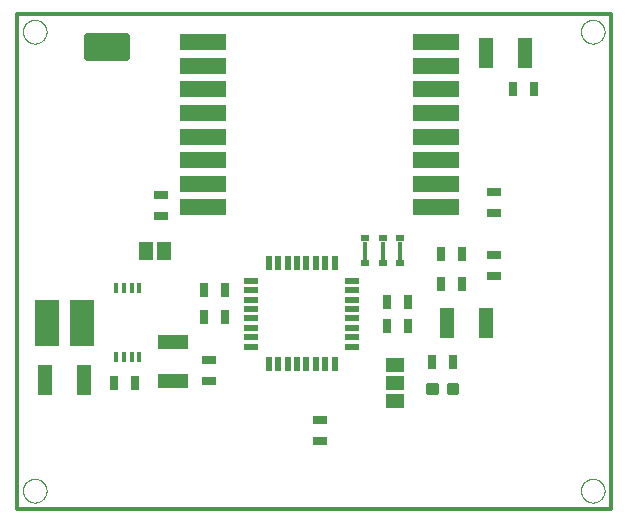
<source format=gtp>
G75*
%MOIN*%
%OFA0B0*%
%FSLAX25Y25*%
%IPPOS*%
%LPD*%
%AMOC8*
5,1,8,0,0,1.08239X$1,22.5*
%
%ADD10C,0.00000*%
%ADD11C,0.01200*%
%ADD12R,0.15748X0.05512*%
%ADD13R,0.04724X0.09843*%
%ADD14R,0.09843X0.04724*%
%ADD15R,0.07874X0.15748*%
%ADD16R,0.01575X0.03543*%
%ADD17R,0.03150X0.04724*%
%ADD18R,0.04724X0.03150*%
%ADD19R,0.04600X0.06300*%
%ADD20R,0.01575X0.06299*%
%ADD21R,0.03150X0.01969*%
%ADD22C,0.02362*%
%ADD23C,0.01181*%
%ADD24R,0.06300X0.04600*%
%ADD25R,0.05000X0.02200*%
%ADD26R,0.02200X0.05000*%
D10*
X0003863Y0007800D02*
X0003865Y0007925D01*
X0003871Y0008050D01*
X0003881Y0008174D01*
X0003895Y0008298D01*
X0003912Y0008422D01*
X0003934Y0008545D01*
X0003960Y0008667D01*
X0003989Y0008789D01*
X0004022Y0008909D01*
X0004060Y0009028D01*
X0004100Y0009147D01*
X0004145Y0009263D01*
X0004193Y0009378D01*
X0004245Y0009492D01*
X0004301Y0009604D01*
X0004360Y0009714D01*
X0004422Y0009822D01*
X0004488Y0009929D01*
X0004557Y0010033D01*
X0004630Y0010134D01*
X0004705Y0010234D01*
X0004784Y0010331D01*
X0004866Y0010425D01*
X0004951Y0010517D01*
X0005038Y0010606D01*
X0005129Y0010692D01*
X0005222Y0010775D01*
X0005318Y0010856D01*
X0005416Y0010933D01*
X0005516Y0011007D01*
X0005619Y0011078D01*
X0005724Y0011145D01*
X0005832Y0011210D01*
X0005941Y0011270D01*
X0006052Y0011328D01*
X0006165Y0011381D01*
X0006279Y0011431D01*
X0006395Y0011478D01*
X0006512Y0011520D01*
X0006631Y0011559D01*
X0006751Y0011595D01*
X0006872Y0011626D01*
X0006994Y0011654D01*
X0007116Y0011677D01*
X0007240Y0011697D01*
X0007364Y0011713D01*
X0007488Y0011725D01*
X0007613Y0011733D01*
X0007738Y0011737D01*
X0007862Y0011737D01*
X0007987Y0011733D01*
X0008112Y0011725D01*
X0008236Y0011713D01*
X0008360Y0011697D01*
X0008484Y0011677D01*
X0008606Y0011654D01*
X0008728Y0011626D01*
X0008849Y0011595D01*
X0008969Y0011559D01*
X0009088Y0011520D01*
X0009205Y0011478D01*
X0009321Y0011431D01*
X0009435Y0011381D01*
X0009548Y0011328D01*
X0009659Y0011270D01*
X0009769Y0011210D01*
X0009876Y0011145D01*
X0009981Y0011078D01*
X0010084Y0011007D01*
X0010184Y0010933D01*
X0010282Y0010856D01*
X0010378Y0010775D01*
X0010471Y0010692D01*
X0010562Y0010606D01*
X0010649Y0010517D01*
X0010734Y0010425D01*
X0010816Y0010331D01*
X0010895Y0010234D01*
X0010970Y0010134D01*
X0011043Y0010033D01*
X0011112Y0009929D01*
X0011178Y0009822D01*
X0011240Y0009714D01*
X0011299Y0009604D01*
X0011355Y0009492D01*
X0011407Y0009378D01*
X0011455Y0009263D01*
X0011500Y0009147D01*
X0011540Y0009028D01*
X0011578Y0008909D01*
X0011611Y0008789D01*
X0011640Y0008667D01*
X0011666Y0008545D01*
X0011688Y0008422D01*
X0011705Y0008298D01*
X0011719Y0008174D01*
X0011729Y0008050D01*
X0011735Y0007925D01*
X0011737Y0007800D01*
X0011735Y0007675D01*
X0011729Y0007550D01*
X0011719Y0007426D01*
X0011705Y0007302D01*
X0011688Y0007178D01*
X0011666Y0007055D01*
X0011640Y0006933D01*
X0011611Y0006811D01*
X0011578Y0006691D01*
X0011540Y0006572D01*
X0011500Y0006453D01*
X0011455Y0006337D01*
X0011407Y0006222D01*
X0011355Y0006108D01*
X0011299Y0005996D01*
X0011240Y0005886D01*
X0011178Y0005778D01*
X0011112Y0005671D01*
X0011043Y0005567D01*
X0010970Y0005466D01*
X0010895Y0005366D01*
X0010816Y0005269D01*
X0010734Y0005175D01*
X0010649Y0005083D01*
X0010562Y0004994D01*
X0010471Y0004908D01*
X0010378Y0004825D01*
X0010282Y0004744D01*
X0010184Y0004667D01*
X0010084Y0004593D01*
X0009981Y0004522D01*
X0009876Y0004455D01*
X0009768Y0004390D01*
X0009659Y0004330D01*
X0009548Y0004272D01*
X0009435Y0004219D01*
X0009321Y0004169D01*
X0009205Y0004122D01*
X0009088Y0004080D01*
X0008969Y0004041D01*
X0008849Y0004005D01*
X0008728Y0003974D01*
X0008606Y0003946D01*
X0008484Y0003923D01*
X0008360Y0003903D01*
X0008236Y0003887D01*
X0008112Y0003875D01*
X0007987Y0003867D01*
X0007862Y0003863D01*
X0007738Y0003863D01*
X0007613Y0003867D01*
X0007488Y0003875D01*
X0007364Y0003887D01*
X0007240Y0003903D01*
X0007116Y0003923D01*
X0006994Y0003946D01*
X0006872Y0003974D01*
X0006751Y0004005D01*
X0006631Y0004041D01*
X0006512Y0004080D01*
X0006395Y0004122D01*
X0006279Y0004169D01*
X0006165Y0004219D01*
X0006052Y0004272D01*
X0005941Y0004330D01*
X0005831Y0004390D01*
X0005724Y0004455D01*
X0005619Y0004522D01*
X0005516Y0004593D01*
X0005416Y0004667D01*
X0005318Y0004744D01*
X0005222Y0004825D01*
X0005129Y0004908D01*
X0005038Y0004994D01*
X0004951Y0005083D01*
X0004866Y0005175D01*
X0004784Y0005269D01*
X0004705Y0005366D01*
X0004630Y0005466D01*
X0004557Y0005567D01*
X0004488Y0005671D01*
X0004422Y0005778D01*
X0004360Y0005886D01*
X0004301Y0005996D01*
X0004245Y0006108D01*
X0004193Y0006222D01*
X0004145Y0006337D01*
X0004100Y0006453D01*
X0004060Y0006572D01*
X0004022Y0006691D01*
X0003989Y0006811D01*
X0003960Y0006933D01*
X0003934Y0007055D01*
X0003912Y0007178D01*
X0003895Y0007302D01*
X0003881Y0007426D01*
X0003871Y0007550D01*
X0003865Y0007675D01*
X0003863Y0007800D01*
X0003863Y0160800D02*
X0003865Y0160925D01*
X0003871Y0161050D01*
X0003881Y0161174D01*
X0003895Y0161298D01*
X0003912Y0161422D01*
X0003934Y0161545D01*
X0003960Y0161667D01*
X0003989Y0161789D01*
X0004022Y0161909D01*
X0004060Y0162028D01*
X0004100Y0162147D01*
X0004145Y0162263D01*
X0004193Y0162378D01*
X0004245Y0162492D01*
X0004301Y0162604D01*
X0004360Y0162714D01*
X0004422Y0162822D01*
X0004488Y0162929D01*
X0004557Y0163033D01*
X0004630Y0163134D01*
X0004705Y0163234D01*
X0004784Y0163331D01*
X0004866Y0163425D01*
X0004951Y0163517D01*
X0005038Y0163606D01*
X0005129Y0163692D01*
X0005222Y0163775D01*
X0005318Y0163856D01*
X0005416Y0163933D01*
X0005516Y0164007D01*
X0005619Y0164078D01*
X0005724Y0164145D01*
X0005832Y0164210D01*
X0005941Y0164270D01*
X0006052Y0164328D01*
X0006165Y0164381D01*
X0006279Y0164431D01*
X0006395Y0164478D01*
X0006512Y0164520D01*
X0006631Y0164559D01*
X0006751Y0164595D01*
X0006872Y0164626D01*
X0006994Y0164654D01*
X0007116Y0164677D01*
X0007240Y0164697D01*
X0007364Y0164713D01*
X0007488Y0164725D01*
X0007613Y0164733D01*
X0007738Y0164737D01*
X0007862Y0164737D01*
X0007987Y0164733D01*
X0008112Y0164725D01*
X0008236Y0164713D01*
X0008360Y0164697D01*
X0008484Y0164677D01*
X0008606Y0164654D01*
X0008728Y0164626D01*
X0008849Y0164595D01*
X0008969Y0164559D01*
X0009088Y0164520D01*
X0009205Y0164478D01*
X0009321Y0164431D01*
X0009435Y0164381D01*
X0009548Y0164328D01*
X0009659Y0164270D01*
X0009769Y0164210D01*
X0009876Y0164145D01*
X0009981Y0164078D01*
X0010084Y0164007D01*
X0010184Y0163933D01*
X0010282Y0163856D01*
X0010378Y0163775D01*
X0010471Y0163692D01*
X0010562Y0163606D01*
X0010649Y0163517D01*
X0010734Y0163425D01*
X0010816Y0163331D01*
X0010895Y0163234D01*
X0010970Y0163134D01*
X0011043Y0163033D01*
X0011112Y0162929D01*
X0011178Y0162822D01*
X0011240Y0162714D01*
X0011299Y0162604D01*
X0011355Y0162492D01*
X0011407Y0162378D01*
X0011455Y0162263D01*
X0011500Y0162147D01*
X0011540Y0162028D01*
X0011578Y0161909D01*
X0011611Y0161789D01*
X0011640Y0161667D01*
X0011666Y0161545D01*
X0011688Y0161422D01*
X0011705Y0161298D01*
X0011719Y0161174D01*
X0011729Y0161050D01*
X0011735Y0160925D01*
X0011737Y0160800D01*
X0011735Y0160675D01*
X0011729Y0160550D01*
X0011719Y0160426D01*
X0011705Y0160302D01*
X0011688Y0160178D01*
X0011666Y0160055D01*
X0011640Y0159933D01*
X0011611Y0159811D01*
X0011578Y0159691D01*
X0011540Y0159572D01*
X0011500Y0159453D01*
X0011455Y0159337D01*
X0011407Y0159222D01*
X0011355Y0159108D01*
X0011299Y0158996D01*
X0011240Y0158886D01*
X0011178Y0158778D01*
X0011112Y0158671D01*
X0011043Y0158567D01*
X0010970Y0158466D01*
X0010895Y0158366D01*
X0010816Y0158269D01*
X0010734Y0158175D01*
X0010649Y0158083D01*
X0010562Y0157994D01*
X0010471Y0157908D01*
X0010378Y0157825D01*
X0010282Y0157744D01*
X0010184Y0157667D01*
X0010084Y0157593D01*
X0009981Y0157522D01*
X0009876Y0157455D01*
X0009768Y0157390D01*
X0009659Y0157330D01*
X0009548Y0157272D01*
X0009435Y0157219D01*
X0009321Y0157169D01*
X0009205Y0157122D01*
X0009088Y0157080D01*
X0008969Y0157041D01*
X0008849Y0157005D01*
X0008728Y0156974D01*
X0008606Y0156946D01*
X0008484Y0156923D01*
X0008360Y0156903D01*
X0008236Y0156887D01*
X0008112Y0156875D01*
X0007987Y0156867D01*
X0007862Y0156863D01*
X0007738Y0156863D01*
X0007613Y0156867D01*
X0007488Y0156875D01*
X0007364Y0156887D01*
X0007240Y0156903D01*
X0007116Y0156923D01*
X0006994Y0156946D01*
X0006872Y0156974D01*
X0006751Y0157005D01*
X0006631Y0157041D01*
X0006512Y0157080D01*
X0006395Y0157122D01*
X0006279Y0157169D01*
X0006165Y0157219D01*
X0006052Y0157272D01*
X0005941Y0157330D01*
X0005831Y0157390D01*
X0005724Y0157455D01*
X0005619Y0157522D01*
X0005516Y0157593D01*
X0005416Y0157667D01*
X0005318Y0157744D01*
X0005222Y0157825D01*
X0005129Y0157908D01*
X0005038Y0157994D01*
X0004951Y0158083D01*
X0004866Y0158175D01*
X0004784Y0158269D01*
X0004705Y0158366D01*
X0004630Y0158466D01*
X0004557Y0158567D01*
X0004488Y0158671D01*
X0004422Y0158778D01*
X0004360Y0158886D01*
X0004301Y0158996D01*
X0004245Y0159108D01*
X0004193Y0159222D01*
X0004145Y0159337D01*
X0004100Y0159453D01*
X0004060Y0159572D01*
X0004022Y0159691D01*
X0003989Y0159811D01*
X0003960Y0159933D01*
X0003934Y0160055D01*
X0003912Y0160178D01*
X0003895Y0160302D01*
X0003881Y0160426D01*
X0003871Y0160550D01*
X0003865Y0160675D01*
X0003863Y0160800D01*
X0189863Y0160800D02*
X0189865Y0160925D01*
X0189871Y0161050D01*
X0189881Y0161174D01*
X0189895Y0161298D01*
X0189912Y0161422D01*
X0189934Y0161545D01*
X0189960Y0161667D01*
X0189989Y0161789D01*
X0190022Y0161909D01*
X0190060Y0162028D01*
X0190100Y0162147D01*
X0190145Y0162263D01*
X0190193Y0162378D01*
X0190245Y0162492D01*
X0190301Y0162604D01*
X0190360Y0162714D01*
X0190422Y0162822D01*
X0190488Y0162929D01*
X0190557Y0163033D01*
X0190630Y0163134D01*
X0190705Y0163234D01*
X0190784Y0163331D01*
X0190866Y0163425D01*
X0190951Y0163517D01*
X0191038Y0163606D01*
X0191129Y0163692D01*
X0191222Y0163775D01*
X0191318Y0163856D01*
X0191416Y0163933D01*
X0191516Y0164007D01*
X0191619Y0164078D01*
X0191724Y0164145D01*
X0191832Y0164210D01*
X0191941Y0164270D01*
X0192052Y0164328D01*
X0192165Y0164381D01*
X0192279Y0164431D01*
X0192395Y0164478D01*
X0192512Y0164520D01*
X0192631Y0164559D01*
X0192751Y0164595D01*
X0192872Y0164626D01*
X0192994Y0164654D01*
X0193116Y0164677D01*
X0193240Y0164697D01*
X0193364Y0164713D01*
X0193488Y0164725D01*
X0193613Y0164733D01*
X0193738Y0164737D01*
X0193862Y0164737D01*
X0193987Y0164733D01*
X0194112Y0164725D01*
X0194236Y0164713D01*
X0194360Y0164697D01*
X0194484Y0164677D01*
X0194606Y0164654D01*
X0194728Y0164626D01*
X0194849Y0164595D01*
X0194969Y0164559D01*
X0195088Y0164520D01*
X0195205Y0164478D01*
X0195321Y0164431D01*
X0195435Y0164381D01*
X0195548Y0164328D01*
X0195659Y0164270D01*
X0195769Y0164210D01*
X0195876Y0164145D01*
X0195981Y0164078D01*
X0196084Y0164007D01*
X0196184Y0163933D01*
X0196282Y0163856D01*
X0196378Y0163775D01*
X0196471Y0163692D01*
X0196562Y0163606D01*
X0196649Y0163517D01*
X0196734Y0163425D01*
X0196816Y0163331D01*
X0196895Y0163234D01*
X0196970Y0163134D01*
X0197043Y0163033D01*
X0197112Y0162929D01*
X0197178Y0162822D01*
X0197240Y0162714D01*
X0197299Y0162604D01*
X0197355Y0162492D01*
X0197407Y0162378D01*
X0197455Y0162263D01*
X0197500Y0162147D01*
X0197540Y0162028D01*
X0197578Y0161909D01*
X0197611Y0161789D01*
X0197640Y0161667D01*
X0197666Y0161545D01*
X0197688Y0161422D01*
X0197705Y0161298D01*
X0197719Y0161174D01*
X0197729Y0161050D01*
X0197735Y0160925D01*
X0197737Y0160800D01*
X0197735Y0160675D01*
X0197729Y0160550D01*
X0197719Y0160426D01*
X0197705Y0160302D01*
X0197688Y0160178D01*
X0197666Y0160055D01*
X0197640Y0159933D01*
X0197611Y0159811D01*
X0197578Y0159691D01*
X0197540Y0159572D01*
X0197500Y0159453D01*
X0197455Y0159337D01*
X0197407Y0159222D01*
X0197355Y0159108D01*
X0197299Y0158996D01*
X0197240Y0158886D01*
X0197178Y0158778D01*
X0197112Y0158671D01*
X0197043Y0158567D01*
X0196970Y0158466D01*
X0196895Y0158366D01*
X0196816Y0158269D01*
X0196734Y0158175D01*
X0196649Y0158083D01*
X0196562Y0157994D01*
X0196471Y0157908D01*
X0196378Y0157825D01*
X0196282Y0157744D01*
X0196184Y0157667D01*
X0196084Y0157593D01*
X0195981Y0157522D01*
X0195876Y0157455D01*
X0195768Y0157390D01*
X0195659Y0157330D01*
X0195548Y0157272D01*
X0195435Y0157219D01*
X0195321Y0157169D01*
X0195205Y0157122D01*
X0195088Y0157080D01*
X0194969Y0157041D01*
X0194849Y0157005D01*
X0194728Y0156974D01*
X0194606Y0156946D01*
X0194484Y0156923D01*
X0194360Y0156903D01*
X0194236Y0156887D01*
X0194112Y0156875D01*
X0193987Y0156867D01*
X0193862Y0156863D01*
X0193738Y0156863D01*
X0193613Y0156867D01*
X0193488Y0156875D01*
X0193364Y0156887D01*
X0193240Y0156903D01*
X0193116Y0156923D01*
X0192994Y0156946D01*
X0192872Y0156974D01*
X0192751Y0157005D01*
X0192631Y0157041D01*
X0192512Y0157080D01*
X0192395Y0157122D01*
X0192279Y0157169D01*
X0192165Y0157219D01*
X0192052Y0157272D01*
X0191941Y0157330D01*
X0191831Y0157390D01*
X0191724Y0157455D01*
X0191619Y0157522D01*
X0191516Y0157593D01*
X0191416Y0157667D01*
X0191318Y0157744D01*
X0191222Y0157825D01*
X0191129Y0157908D01*
X0191038Y0157994D01*
X0190951Y0158083D01*
X0190866Y0158175D01*
X0190784Y0158269D01*
X0190705Y0158366D01*
X0190630Y0158466D01*
X0190557Y0158567D01*
X0190488Y0158671D01*
X0190422Y0158778D01*
X0190360Y0158886D01*
X0190301Y0158996D01*
X0190245Y0159108D01*
X0190193Y0159222D01*
X0190145Y0159337D01*
X0190100Y0159453D01*
X0190060Y0159572D01*
X0190022Y0159691D01*
X0189989Y0159811D01*
X0189960Y0159933D01*
X0189934Y0160055D01*
X0189912Y0160178D01*
X0189895Y0160302D01*
X0189881Y0160426D01*
X0189871Y0160550D01*
X0189865Y0160675D01*
X0189863Y0160800D01*
X0189863Y0007800D02*
X0189865Y0007925D01*
X0189871Y0008050D01*
X0189881Y0008174D01*
X0189895Y0008298D01*
X0189912Y0008422D01*
X0189934Y0008545D01*
X0189960Y0008667D01*
X0189989Y0008789D01*
X0190022Y0008909D01*
X0190060Y0009028D01*
X0190100Y0009147D01*
X0190145Y0009263D01*
X0190193Y0009378D01*
X0190245Y0009492D01*
X0190301Y0009604D01*
X0190360Y0009714D01*
X0190422Y0009822D01*
X0190488Y0009929D01*
X0190557Y0010033D01*
X0190630Y0010134D01*
X0190705Y0010234D01*
X0190784Y0010331D01*
X0190866Y0010425D01*
X0190951Y0010517D01*
X0191038Y0010606D01*
X0191129Y0010692D01*
X0191222Y0010775D01*
X0191318Y0010856D01*
X0191416Y0010933D01*
X0191516Y0011007D01*
X0191619Y0011078D01*
X0191724Y0011145D01*
X0191832Y0011210D01*
X0191941Y0011270D01*
X0192052Y0011328D01*
X0192165Y0011381D01*
X0192279Y0011431D01*
X0192395Y0011478D01*
X0192512Y0011520D01*
X0192631Y0011559D01*
X0192751Y0011595D01*
X0192872Y0011626D01*
X0192994Y0011654D01*
X0193116Y0011677D01*
X0193240Y0011697D01*
X0193364Y0011713D01*
X0193488Y0011725D01*
X0193613Y0011733D01*
X0193738Y0011737D01*
X0193862Y0011737D01*
X0193987Y0011733D01*
X0194112Y0011725D01*
X0194236Y0011713D01*
X0194360Y0011697D01*
X0194484Y0011677D01*
X0194606Y0011654D01*
X0194728Y0011626D01*
X0194849Y0011595D01*
X0194969Y0011559D01*
X0195088Y0011520D01*
X0195205Y0011478D01*
X0195321Y0011431D01*
X0195435Y0011381D01*
X0195548Y0011328D01*
X0195659Y0011270D01*
X0195769Y0011210D01*
X0195876Y0011145D01*
X0195981Y0011078D01*
X0196084Y0011007D01*
X0196184Y0010933D01*
X0196282Y0010856D01*
X0196378Y0010775D01*
X0196471Y0010692D01*
X0196562Y0010606D01*
X0196649Y0010517D01*
X0196734Y0010425D01*
X0196816Y0010331D01*
X0196895Y0010234D01*
X0196970Y0010134D01*
X0197043Y0010033D01*
X0197112Y0009929D01*
X0197178Y0009822D01*
X0197240Y0009714D01*
X0197299Y0009604D01*
X0197355Y0009492D01*
X0197407Y0009378D01*
X0197455Y0009263D01*
X0197500Y0009147D01*
X0197540Y0009028D01*
X0197578Y0008909D01*
X0197611Y0008789D01*
X0197640Y0008667D01*
X0197666Y0008545D01*
X0197688Y0008422D01*
X0197705Y0008298D01*
X0197719Y0008174D01*
X0197729Y0008050D01*
X0197735Y0007925D01*
X0197737Y0007800D01*
X0197735Y0007675D01*
X0197729Y0007550D01*
X0197719Y0007426D01*
X0197705Y0007302D01*
X0197688Y0007178D01*
X0197666Y0007055D01*
X0197640Y0006933D01*
X0197611Y0006811D01*
X0197578Y0006691D01*
X0197540Y0006572D01*
X0197500Y0006453D01*
X0197455Y0006337D01*
X0197407Y0006222D01*
X0197355Y0006108D01*
X0197299Y0005996D01*
X0197240Y0005886D01*
X0197178Y0005778D01*
X0197112Y0005671D01*
X0197043Y0005567D01*
X0196970Y0005466D01*
X0196895Y0005366D01*
X0196816Y0005269D01*
X0196734Y0005175D01*
X0196649Y0005083D01*
X0196562Y0004994D01*
X0196471Y0004908D01*
X0196378Y0004825D01*
X0196282Y0004744D01*
X0196184Y0004667D01*
X0196084Y0004593D01*
X0195981Y0004522D01*
X0195876Y0004455D01*
X0195768Y0004390D01*
X0195659Y0004330D01*
X0195548Y0004272D01*
X0195435Y0004219D01*
X0195321Y0004169D01*
X0195205Y0004122D01*
X0195088Y0004080D01*
X0194969Y0004041D01*
X0194849Y0004005D01*
X0194728Y0003974D01*
X0194606Y0003946D01*
X0194484Y0003923D01*
X0194360Y0003903D01*
X0194236Y0003887D01*
X0194112Y0003875D01*
X0193987Y0003867D01*
X0193862Y0003863D01*
X0193738Y0003863D01*
X0193613Y0003867D01*
X0193488Y0003875D01*
X0193364Y0003887D01*
X0193240Y0003903D01*
X0193116Y0003923D01*
X0192994Y0003946D01*
X0192872Y0003974D01*
X0192751Y0004005D01*
X0192631Y0004041D01*
X0192512Y0004080D01*
X0192395Y0004122D01*
X0192279Y0004169D01*
X0192165Y0004219D01*
X0192052Y0004272D01*
X0191941Y0004330D01*
X0191831Y0004390D01*
X0191724Y0004455D01*
X0191619Y0004522D01*
X0191516Y0004593D01*
X0191416Y0004667D01*
X0191318Y0004744D01*
X0191222Y0004825D01*
X0191129Y0004908D01*
X0191038Y0004994D01*
X0190951Y0005083D01*
X0190866Y0005175D01*
X0190784Y0005269D01*
X0190705Y0005366D01*
X0190630Y0005466D01*
X0190557Y0005567D01*
X0190488Y0005671D01*
X0190422Y0005778D01*
X0190360Y0005886D01*
X0190301Y0005996D01*
X0190245Y0006108D01*
X0190193Y0006222D01*
X0190145Y0006337D01*
X0190100Y0006453D01*
X0190060Y0006572D01*
X0190022Y0006691D01*
X0189989Y0006811D01*
X0189960Y0006933D01*
X0189934Y0007055D01*
X0189912Y0007178D01*
X0189895Y0007302D01*
X0189881Y0007426D01*
X0189871Y0007550D01*
X0189865Y0007675D01*
X0189863Y0007800D01*
D11*
X0001800Y0001800D02*
X0001800Y0166800D01*
X0199800Y0166800D01*
X0199800Y0001800D01*
X0001800Y0001800D01*
D12*
X0064020Y0102241D03*
X0064020Y0110115D03*
X0064020Y0117989D03*
X0064020Y0125863D03*
X0064020Y0133737D03*
X0064020Y0141611D03*
X0064020Y0149485D03*
X0064020Y0157359D03*
X0141580Y0157359D03*
X0141580Y0149485D03*
X0141580Y0141611D03*
X0141580Y0133737D03*
X0141580Y0125863D03*
X0141580Y0117989D03*
X0141580Y0110115D03*
X0141580Y0102241D03*
D13*
X0145304Y0063800D03*
X0158296Y0063800D03*
X0158304Y0153800D03*
X0171296Y0153800D03*
X0024296Y0044800D03*
X0011304Y0044800D03*
D14*
X0053800Y0044304D03*
X0053800Y0057296D03*
D15*
X0023706Y0063800D03*
X0011894Y0063800D03*
D16*
X0034961Y0052383D03*
X0037520Y0052383D03*
X0040080Y0052383D03*
X0042639Y0052383D03*
X0042639Y0075217D03*
X0040080Y0075217D03*
X0037520Y0075217D03*
X0034961Y0075217D03*
D17*
X0064257Y0074800D03*
X0071343Y0074800D03*
X0071343Y0065800D03*
X0064257Y0065800D03*
X0041343Y0043800D03*
X0034257Y0043800D03*
X0125257Y0062800D03*
X0132343Y0062800D03*
X0132343Y0070800D03*
X0125257Y0070800D03*
X0143257Y0076800D03*
X0150343Y0076800D03*
X0150343Y0086800D03*
X0143257Y0086800D03*
X0140257Y0050800D03*
X0147343Y0050800D03*
X0167257Y0141800D03*
X0174343Y0141800D03*
D18*
X0160800Y0107343D03*
X0160800Y0100257D03*
X0160800Y0086343D03*
X0160800Y0079257D03*
X0102800Y0031343D03*
X0102800Y0024257D03*
X0065800Y0044257D03*
X0065800Y0051343D03*
X0049800Y0099257D03*
X0049800Y0106343D03*
D19*
X0050800Y0087800D03*
X0044800Y0087800D03*
D20*
X0117894Y0087800D03*
X0123800Y0087800D03*
X0129706Y0087800D03*
D21*
X0129706Y0091934D03*
X0123800Y0091934D03*
X0117894Y0091934D03*
X0117894Y0083666D03*
X0123800Y0083666D03*
X0129706Y0083666D03*
D22*
X0038296Y0152257D02*
X0025304Y0152257D01*
X0025304Y0159343D01*
X0038296Y0159343D01*
X0038296Y0152257D01*
X0038296Y0154618D02*
X0025304Y0154618D01*
X0025304Y0156979D02*
X0038296Y0156979D01*
X0038296Y0159340D02*
X0025304Y0159340D01*
D23*
X0138969Y0043178D02*
X0138969Y0040422D01*
X0138969Y0043178D02*
X0141725Y0043178D01*
X0141725Y0040422D01*
X0138969Y0040422D01*
X0138969Y0041602D02*
X0141725Y0041602D01*
X0141725Y0042782D02*
X0138969Y0042782D01*
X0145875Y0043178D02*
X0145875Y0040422D01*
X0145875Y0043178D02*
X0148631Y0043178D01*
X0148631Y0040422D01*
X0145875Y0040422D01*
X0145875Y0041602D02*
X0148631Y0041602D01*
X0148631Y0042782D02*
X0145875Y0042782D01*
D24*
X0127800Y0043800D03*
X0127800Y0037800D03*
X0127800Y0049800D03*
D25*
X0113700Y0055776D03*
X0113700Y0058926D03*
X0113700Y0062076D03*
X0113700Y0065225D03*
X0113700Y0068375D03*
X0113700Y0071524D03*
X0113700Y0074674D03*
X0113700Y0077824D03*
X0079900Y0077824D03*
X0079900Y0074674D03*
X0079900Y0071524D03*
X0079900Y0068375D03*
X0079900Y0065225D03*
X0079900Y0062076D03*
X0079900Y0058926D03*
X0079900Y0055776D03*
D26*
X0085776Y0049900D03*
X0088926Y0049900D03*
X0092076Y0049900D03*
X0095225Y0049900D03*
X0098375Y0049900D03*
X0101524Y0049900D03*
X0104674Y0049900D03*
X0107824Y0049900D03*
X0107824Y0083700D03*
X0104674Y0083700D03*
X0101524Y0083700D03*
X0098375Y0083700D03*
X0095225Y0083700D03*
X0092076Y0083700D03*
X0088926Y0083700D03*
X0085776Y0083700D03*
M02*

</source>
